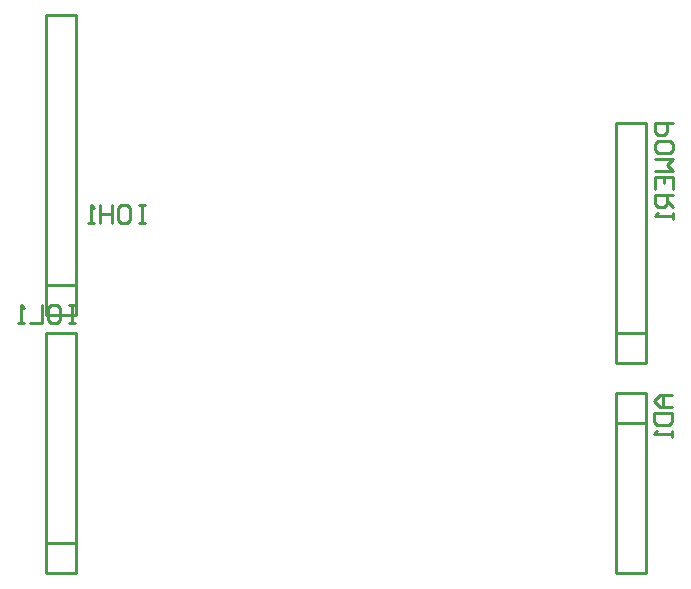
<source format=gbo>
%FSAX24Y24*%
%MOIN*%
G70*
G01*
G75*
G04 Layer_Color=32896*
%ADD10C,0.0350*%
%ADD11C,0.0600*%
%ADD12C,0.0500*%
%ADD13C,0.1000*%
%ADD14C,0.0800*%
%ADD15R,0.0591X0.0591*%
%ADD16C,0.0591*%
%ADD17R,0.0630X0.0630*%
%ADD18C,0.0630*%
%ADD19O,0.0787X0.0551*%
%ADD20R,0.0787X0.0551*%
%ADD21R,0.0600X0.0600*%
%ADD22C,0.0600*%
G04:AMPARAMS|DCode=23|XSize=60mil|YSize=60mil|CornerRadius=7.5mil|HoleSize=0mil|Usage=FLASHONLY|Rotation=0.000|XOffset=0mil|YOffset=0mil|HoleType=Round|Shape=RoundedRectangle|*
%AMROUNDEDRECTD23*
21,1,0.0600,0.0450,0,0,0.0*
21,1,0.0450,0.0600,0,0,0.0*
1,1,0.0150,0.0225,-0.0225*
1,1,0.0150,-0.0225,-0.0225*
1,1,0.0150,-0.0225,0.0225*
1,1,0.0150,0.0225,0.0225*
%
%ADD23ROUNDEDRECTD23*%
%ADD24C,0.0906*%
%ADD25O,0.0394X0.0787*%
%ADD26R,0.0394X0.0787*%
%ADD27R,0.0591X0.0591*%
%ADD28C,0.0650*%
%ADD29C,0.0591*%
%ADD30R,0.0591X0.0591*%
%ADD31R,0.0591X0.0591*%
%ADD32C,0.2500*%
%ADD33C,0.0450*%
%ADD34C,0.0800*%
%ADD35C,0.0100*%
%ADD36C,0.0098*%
%ADD37C,0.0050*%
%ADD38C,0.0079*%
%ADD39C,0.0040*%
%ADD40C,0.0060*%
%ADD41C,0.1080*%
%ADD42C,0.0880*%
%ADD43R,0.0671X0.0671*%
%ADD44C,0.0671*%
%ADD45R,0.0710X0.0710*%
%ADD46C,0.0710*%
%ADD47O,0.0867X0.0631*%
%ADD48R,0.0867X0.0631*%
%ADD49R,0.0680X0.0680*%
%ADD50C,0.0680*%
G04:AMPARAMS|DCode=51|XSize=68mil|YSize=68mil|CornerRadius=11.5mil|HoleSize=0mil|Usage=FLASHONLY|Rotation=0.000|XOffset=0mil|YOffset=0mil|HoleType=Round|Shape=RoundedRectangle|*
%AMROUNDEDRECTD51*
21,1,0.0680,0.0450,0,0,0.0*
21,1,0.0450,0.0680,0,0,0.0*
1,1,0.0230,0.0225,-0.0225*
1,1,0.0230,-0.0225,-0.0225*
1,1,0.0230,-0.0225,0.0225*
1,1,0.0230,0.0225,0.0225*
%
%ADD51ROUNDEDRECTD51*%
%ADD52C,0.0986*%
%ADD53O,0.0474X0.0867*%
%ADD54R,0.0474X0.0867*%
%ADD55R,0.0671X0.0671*%
%ADD56C,0.0730*%
%ADD57C,0.0080*%
%ADD58C,0.0671*%
%ADD59R,0.0671X0.0671*%
%ADD60R,0.0671X0.0671*%
%ADD61C,0.2580*%
D35*
X073000Y045900D02*
X073500D01*
X073000Y044900D02*
Y045900D01*
X074000Y039900D02*
Y044900D01*
X073000Y039900D02*
X074000D01*
X073000D02*
Y044900D01*
X074000D01*
Y045900D01*
X073500D02*
X074000D01*
X054000Y039900D02*
X055000D01*
Y047900D01*
X054000D02*
X055000D01*
X054000Y039900D02*
Y047900D01*
Y040900D02*
X055000D01*
X073000Y046900D02*
X074000D01*
Y054900D01*
X073000D02*
X074000D01*
X073000Y046900D02*
Y054900D01*
Y047900D02*
X074000D01*
X054000Y048500D02*
X055000D01*
Y049500D01*
X054000D02*
X055000D01*
X054000D02*
Y058500D01*
X055000D01*
Y049500D02*
Y058500D01*
X054000Y048500D02*
Y049500D01*
X074850Y045850D02*
X074450D01*
X074250Y045650D01*
X074450Y045450D01*
X074850D01*
X074550D01*
Y045850D01*
X074250Y045250D02*
X074850D01*
Y044950D01*
X074750Y044850D01*
X074350D01*
X074250Y044950D01*
Y045250D01*
X074850Y044650D02*
Y044450D01*
Y044550D01*
X074250D01*
X074350Y044650D01*
X054949Y048850D02*
X054749D01*
X054849D01*
Y048250D01*
X054949D01*
X054749D01*
X054150Y048850D02*
X054349D01*
X054449Y048750D01*
Y048350D01*
X054349Y048250D01*
X054150D01*
X054050Y048350D01*
Y048750D01*
X054150Y048850D01*
X053850D02*
Y048250D01*
X053450D01*
X053250D02*
X053050D01*
X053150D01*
Y048850D01*
X053250Y048750D01*
X074900Y054900D02*
X074300D01*
Y054600D01*
X074400Y054500D01*
X074600D01*
X074700Y054600D01*
Y054900D01*
X074300Y054000D02*
Y054200D01*
X074400Y054300D01*
X074800D01*
X074900Y054200D01*
Y054000D01*
X074800Y053900D01*
X074400D01*
X074300Y054000D01*
Y053700D02*
X074900D01*
X074700Y053500D01*
X074900Y053301D01*
X074300D01*
Y052701D02*
Y053101D01*
X074900D01*
Y052701D01*
X074600Y053101D02*
Y052901D01*
X074900Y052501D02*
X074300D01*
Y052201D01*
X074400Y052101D01*
X074600D01*
X074700Y052201D01*
Y052501D01*
Y052301D02*
X074900Y052101D01*
Y051901D02*
Y051701D01*
Y051801D01*
X074300D01*
X074400Y051901D01*
X057290Y052170D02*
X057090D01*
X057190D01*
Y051570D01*
X057290D01*
X057090D01*
X056490Y052170D02*
X056690D01*
X056790Y052070D01*
Y051670D01*
X056690Y051570D01*
X056490D01*
X056390Y051670D01*
Y052070D01*
X056490Y052170D01*
X056190D02*
Y051570D01*
Y051870D01*
X055790D01*
Y052170D01*
Y051570D01*
X055591D02*
X055391D01*
X055491D01*
Y052170D01*
X055591Y052070D01*
M02*

</source>
